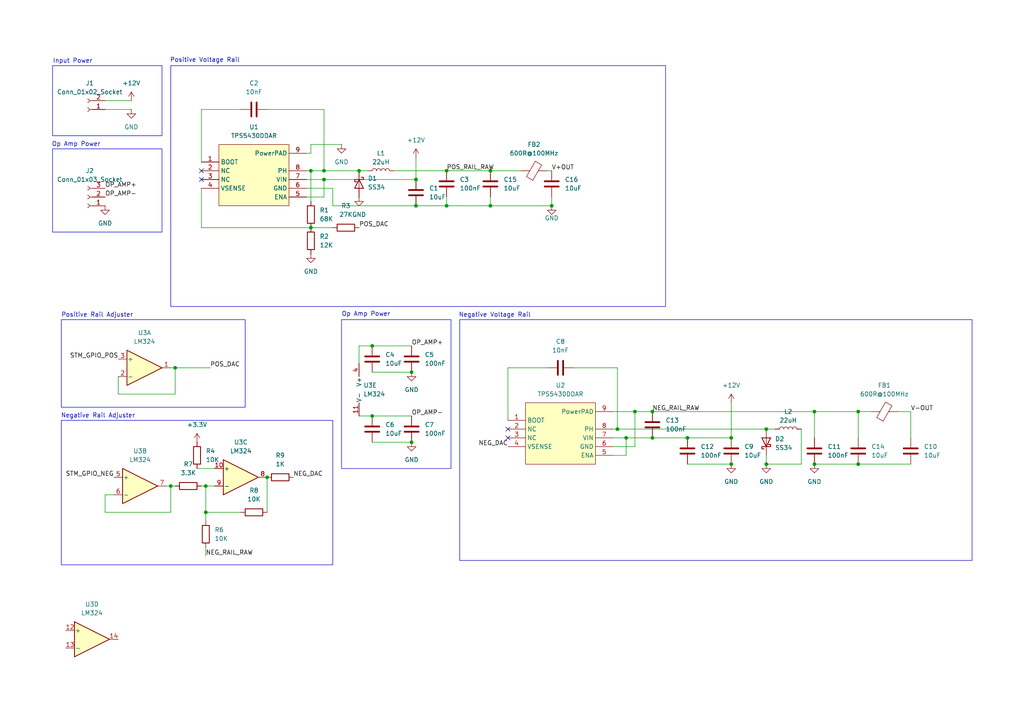
<source format=kicad_sch>
(kicad_sch (version 20250114) (generator "eeschema") (generator_version "9.0")
  (paper "A4")
  (lib_symbols
    (symbol "Amplifier_Operational:LM324" (pin_names (offset 0.127))
      (property "Reference" "U" (at 0 5.08 0))
      (property "Value" "LM324" (at 0 -5.08 0))
      (symbol "LM324_1_1"
        (polyline (pts (xy -5.08 5.08) (xy 5.08 0) (xy -5.08 -5.08) (xy -5.08 5.08)) (stroke (width 0.254)) (fill (type background)))
        (pin input line (at -7.62 2.54 0) (length 2.54) (name "+") (number "3"))
        (pin input line (at -7.62 -2.54 0) (length 2.54) (name "-") (number "2"))
        (pin output line (at 7.62 0 180) (length 2.54) (name "~") (number "1"))
      )
      (symbol "LM324_2_1"
        (polyline (pts (xy -5.08 5.08) (xy 5.08 0) (xy -5.08 -5.08) (xy -5.08 5.08)) (stroke (width 0.254)) (fill (type background)))
        (pin input line (at -7.62 2.54 0) (length 2.54) (name "+") (number "5"))
        (pin input line (at -7.62 -2.54 0) (length 2.54) (name "-") (number "6"))
        (pin output line (at 7.62 0 180) (length 2.54) (name "~") (number "7"))
      )
      (symbol "LM324_3_1"
        (polyline (pts (xy -5.08 5.08) (xy 5.08 0) (xy -5.08 -5.08) (xy -5.08 5.08)) (stroke (width 0.254)) (fill (type background)))
        (pin input line (at -7.62 2.54 0) (length 2.54) (name "+") (number "10"))
        (pin input line (at -7.62 -2.54 0) (length 2.54) (name "-") (number "9"))
        (pin output line (at 7.62 0 180) (length 2.54) (name "~") (number "8"))
      )
      (symbol "LM324_4_1"
        (polyline (pts (xy -5.08 5.08) (xy 5.08 0) (xy -5.08 -5.08) (xy -5.08 5.08)) (stroke (width 0.254)) (fill (type background)))
        (pin input line (at -7.62 2.54 0) (length 2.54) (name "+") (number "12"))
        (pin input line (at -7.62 -2.54 0) (length 2.54) (name "-") (number "13"))
        (pin output line (at 7.62 0 180) (length 2.54) (name "~") (number "14"))
      )
      (symbol "LM324_5_1"
        (pin power_in line (at -2.54 7.62 270) (length 3.81) (name "V+") (number "4"))
        (pin power_in line (at -2.54 -7.62 90) (length 3.81) (name "V-") (number "11"))
      )
    )
    (symbol "Connector:Conn_01x02_Socket" (pin_names (offset 1.016) (hide yes))
      (property "Reference" "J" (at 0 2.54 0))
      (property "Value" "Conn_01x02_Socket" (at 0 -5.08 0))
      (symbol "Conn_01x02_Socket_1_1"
        (polyline (pts (xy -1.27 0) (xy -0.508 0)) (stroke (width 0.1524)))
        (polyline (pts (xy -1.27 -2.54) (xy -0.508 -2.54)) (stroke (width 0.1524)))
        (arc (start 0 -0.508) (mid -0.5058 0) (end 0 0.508) (stroke (width 0.1524)))
        (arc (start 0 -3.048) (mid -0.5058 -2.54) (end 0 -2.032) (stroke (width 0.1524)))
        (pin passive line (at -5.08 0 0) (length 3.81) (name "Pin_1") (number "1"))
        (pin passive line (at -5.08 -2.54 0) (length 3.81) (name "Pin_2") (number "2"))
      )
    )
    (symbol "Connector:Conn_01x03_Socket" (pin_names (offset 1.016) (hide yes))
      (property "Reference" "J" (at 0 5.08 0))
      (property "Value" "Conn_01x03_Socket" (at 0 -5.08 0))
      (symbol "Conn_01x03_Socket_1_1"
        (polyline (pts (xy -1.27 2.54) (xy -0.508 2.54)) (stroke (width 0.1524)))
        (polyline (pts (xy -1.27 0) (xy -0.508 0)) (stroke (width 0.1524)))
        (polyline (pts (xy -1.27 -2.54) (xy -0.508 -2.54)) (stroke (width 0.1524)))
        (arc (start 0 2.032) (mid -0.5058 2.54) (end 0 3.048) (stroke (width 0.1524)))
        (arc (start 0 -0.508) (mid -0.5058 0) (end 0 0.508) (stroke (width 0.1524)))
        (arc (start 0 -3.048) (mid -0.5058 -2.54) (end 0 -2.032) (stroke (width 0.1524)))
        (pin passive line (at -5.08 2.54 0) (length 3.81) (name "Pin_1") (number "1"))
        (pin passive line (at -5.08 0 0) (length 3.81) (name "Pin_2") (number "2"))
        (pin passive line (at -5.08 -2.54 0) (length 3.81) (name "Pin_3") (number "3"))
      )
    )
    (symbol "Device:C" (pin_numbers (hide yes)) (pin_names (offset 0.254))
      (property "Reference" "C" (at 0.635 2.54 0))
      (property "Value" "C" (at 0.635 -2.54 0))
      (symbol "C_0_1"
        (polyline (pts (xy -2.032 0.762) (xy 2.032 0.762)) (stroke (width 0.508)))
        (polyline (pts (xy -2.032 -0.762) (xy 2.032 -0.762)) (stroke (width 0.508)))
      )
      (symbol "C_1_1"
        (pin passive line (at 0 3.81 270) (length 2.794) (name "~") (number "1"))
        (pin passive line (at 0 -3.81 90) (length 2.794) (name "~") (number "2"))
      )
    )
    (symbol "Device:FerriteBead" (pin_numbers (hide yes)) (pin_names (offset 0))
      (property "Reference" "FB" (at -3.81 0.635 90))
      (property "Value" "FerriteBead" (at 3.81 0 90))
      (symbol "FerriteBead_0_1"
        (polyline (pts (xy -2.7686 0.4064) (xy -1.7018 2.2606) (xy 2.7686 -0.3048) (xy 1.6764 -2.159) (xy -2.7686 0.4064)))
        (polyline (pts (xy 0 1.27) (xy 0 1.2954)))
        (polyline (pts (xy 0 -1.27) (xy 0 -1.2192)))
      )
      (symbol "FerriteBead_1_1"
        (pin passive line (at 0 3.81 270) (length 2.54) (name "~") (number "1"))
        (pin passive line (at 0 -3.81 90) (length 2.54) (name "~") (number "2"))
      )
    )
    (symbol "Device:L" (pin_numbers (hide yes)) (pin_names (offset 1.016) (hide yes))
      (property "Reference" "L" (at -1.27 0 90))
      (property "Value" "L" (at 1.905 0 90))
      (symbol "L_0_1"
        (arc (start 0 2.54) (mid 0.6323 1.905) (end 0 1.27))
        (arc (start 0 1.27) (mid 0.6323 0.635) (end 0 0))
        (arc (start 0 0) (mid 0.6323 -0.635) (end 0 -1.27))
        (arc (start 0 -1.27) (mid 0.6323 -1.905) (end 0 -2.54))
      )
      (symbol "L_1_1"
        (pin passive line (at 0 3.81 270) (length 1.27) (name "1") (number "1"))
        (pin passive line (at 0 -3.81 90) (length 1.27) (name "2") (number "2"))
      )
    )
    (symbol "Device:R" (pin_numbers (hide yes)) (pin_names (offset 0))
      (property "Reference" "R" (at 2.032 0 90))
      (property "Value" "R" (at 0 0 90))
      (symbol "R_0_1"
        (rectangle (start -1.016 -2.54) (end 1.016 2.54) (stroke (width 0.254)))
      )
      (symbol "R_1_1"
        (pin passive line (at 0 3.81 270) (length 1.27) (name "~") (number "1"))
        (pin passive line (at 0 -3.81 90) (length 1.27) (name "~") (number "2"))
      )
    )
    (symbol "Diode:SS34" (pin_numbers (hide yes)) (pin_names (offset 1.016) (hide yes))
      (property "Reference" "D" (at 0 2.54 0))
      (property "Value" "SS34" (at 0 -2.54 0))
      (symbol "SS34_0_1"
        (polyline (pts (xy -1.905 0.635) (xy -1.905 1.27) (xy -1.27 1.27) (xy -1.27 -1.27) (xy -0.635 -1.27) (xy -0.635 -0.635)) (stroke (width 0.254)))
        (polyline (pts (xy 1.27 1.27) (xy 1.27 -1.27) (xy -1.27 0) (xy 1.27 1.27)) (stroke (width 0.254)))
        (polyline (pts (xy 1.27 0) (xy -1.27 0)))
      )
      (symbol "SS34_1_1"
        (pin passive line (at -3.81 0 0) (length 2.54) (name "K") (number "1"))
        (pin passive line (at 3.81 0 180) (length 2.54) (name "A") (number "2"))
      )
    )
    (symbol "ROCKETRY_EASYEDA:TPS5430DDAR"
      (property "Reference" "U" (at 0 11.43 0))
      (property "Value" "TPS5430DDAR" (at 0 -11.43 0))
      (symbol "TPS5430DDAR_0_1"
        (rectangle (start -10.16 8.89) (end 10.16 -8.89) (fill (type background)))
        (pin unspecified line (at -15.24 3.81 0) (length 5.08) (name "BOOT") (number "1"))
        (pin unspecified line (at -15.24 1.27 0) (length 5.08) (name "NC") (number "2"))
        (pin unspecified line (at -15.24 -1.27 0) (length 5.08) (name "NC") (number "3"))
        (pin unspecified line (at -15.24 -3.81 0) (length 5.08) (name "VSENSE") (number "4"))
        (pin unspecified line (at 15.24 6.35 180) (length 5.08) (name "PowerPAD") (number "9"))
        (pin unspecified line (at 15.24 1.27 180) (length 5.08) (name "PH") (number "8"))
        (pin unspecified line (at 15.24 -1.27 180) (length 5.08) (name "VIN") (number "7"))
        (pin unspecified line (at 15.24 -3.81 180) (length 5.08) (name "GND") (number "6"))
        (pin unspecified line (at 15.24 -6.35 180) (length 5.08) (name "ENA") (number "5"))
      )
    )
    (symbol "power:+12V" (power) (pin_numbers (hide yes)) (pin_names (offset 0) (hide yes))
      (property "Value" "+12V" (at 0 3.556 0))
      (symbol "+12V_0_1"
        (polyline (pts (xy -0.762 1.27) (xy 0 2.54)))
        (polyline (pts (xy 0 2.54) (xy 0.762 1.27)))
        (polyline (pts (xy 0 0) (xy 0 2.54)))
      )
      (symbol "+12V_1_1"
        (pin power_in line (at 0 0 90) (length 0) (name "~") (number "1"))
      )
    )
    (symbol "power:+3.3V" (power) (pin_numbers (hide yes)) (pin_names (offset 0) (hide yes))
      (property "Value" "+3.3V" (at 0 3.556 0))
      (symbol "+3.3V_0_1"
        (polyline (pts (xy -0.762 1.27) (xy 0 2.54)))
        (polyline (pts (xy 0 2.54) (xy 0.762 1.27)))
        (polyline (pts (xy 0 0) (xy 0 2.54)))
      )
      (symbol "+3.3V_1_1"
        (pin power_in line (at 0 0 90) (length 0) (name "~") (number "1"))
      )
    )
    (symbol "power:GND" (power) (pin_numbers (hide yes)) (pin_names (offset 0) (hide yes))
      (property "Value" "GND" (at 0 -3.81 0))
      (symbol "GND_0_1"
        (polyline (pts (xy 0 0) (xy 0 -1.27) (xy 1.27 -1.27) (xy 0 -2.54) (xy -1.27 -1.27) (xy 0 -1.27)))
      )
      (symbol "GND_1_1"
        (pin power_in line (at 0 0 270) (length 0) (name "~") (number "1"))
      )
    )
  )
  (rectangle (start 17.78 92.71) (end 71.12 118.11))
  (rectangle (start 15.24 19.05) (end 46.99 39.37))
  (rectangle (start 17.78 121.92) (end 96.52 163.83))
  (rectangle (start 133.35 92.71) (end 281.94 162.56))
  (rectangle (start 49.53 19.05) (end 193.04 88.9))
  (rectangle (start 15.24 43.18) (end 46.99 67.31))
  (rectangle (start 99.06 92.71) (end 130.81 135.89))
  (text "Positive Voltage Rail" (at 59.436 17.526 0) (effects (font (size 1.27 1.27))))
  (text "Input Power" (at 21.082 17.78 0) (effects (font (size 1.27 1.27))))
  (text "Op Amp Power" (at 22.098 41.91 0) (effects (font (size 1.27 1.27))))
  (text "Negative Rail Adjuster" (at 28.448 120.65 0) (effects (font (size 1.27 1.27))))
  (text "Op Amp Power" (at 106.172 91.186 0) (effects (font (size 1.27 1.27))))
  (text "Negative Voltage Rail" (at 143.51 91.44 0) (effects (font (size 1.27 1.27))))
  (text "Positive Rail Adjuster" (at 28.194 91.44 0) (effects (font (size 1.27 1.27))))
  (junction (at 93.98 49.53))
  (junction (at 90.17 66.04))
  (junction (at 120.65 59.69))
  (junction (at 181.61 127))
  (junction (at 212.09 134.62))
  (junction (at 142.24 49.53))
  (junction (at 59.69 148.59))
  (junction (at 119.38 107.95))
  (junction (at 90.17 49.53))
  (junction (at 222.25 134.62))
  (junction (at 59.69 140.97))
  (junction (at 248.92 119.38))
  (junction (at 119.38 128.27))
  (junction (at 222.25 124.46))
  (junction (at 179.07 124.46))
  (junction (at 77.47 138.43))
  (junction (at 120.65 52.07))
  (junction (at 129.54 49.53))
  (junction (at 49.53 140.97))
  (junction (at 160.02 59.69))
  (junction (at 248.92 134.62))
  (junction (at 129.54 59.69))
  (junction (at 189.23 127))
  (junction (at 93.98 52.07))
  (junction (at 142.24 59.69))
  (junction (at 184.15 119.38))
  (junction (at 107.95 100.33))
  (junction (at 104.14 49.53))
  (junction (at 236.22 119.38))
  (junction (at 212.09 127))
  (junction (at 236.22 134.62))
  (junction (at 107.95 120.65))
  (junction (at 199.39 127))
  (junction (at 189.23 119.38))
  (junction (at 50.8 106.68))
  (no_connect (at 58.42 49.53))
  (no_connect (at 147.32 124.46))
  (no_connect (at 147.32 127))
  (no_connect (at 58.42 52.07))
  (wire (pts (xy 114.3 49.53) (xy 129.54 49.53)))
  (wire (pts (xy 189.23 127) (xy 199.39 127)))
  (wire (pts (xy 90.17 41.91) (xy 99.06 41.91)))
  (wire (pts (xy 107.95 100.33) (xy 119.38 100.33)))
  (wire (pts (xy 177.8 119.38) (xy 184.15 119.38)))
  (wire (pts (xy 90.17 49.53) (xy 93.98 49.53)))
  (wire (pts (xy 142.24 59.69) (xy 129.54 59.69)))
  (wire (pts (xy 90.17 66.04) (xy 96.52 66.04)))
  (wire (pts (xy 264.16 134.62) (xy 248.92 134.62)))
  (wire (pts (xy 34.29 109.22) (xy 34.29 114.3)))
  (wire (pts (xy 38.1 31.75) (xy 30.48 31.75)))
  (wire (pts (xy 232.41 134.62) (xy 222.25 134.62)))
  (wire (pts (xy 90.17 41.91) (xy 90.17 44.45)))
  (wire (pts (xy 181.61 132.08) (xy 181.61 127)))
  (wire (pts (xy 50.8 114.3) (xy 50.8 106.68)))
  (wire (pts (xy 129.54 49.53) (xy 142.24 49.53)))
  (wire (pts (xy 34.29 114.3) (xy 50.8 114.3)))
  (wire (pts (xy 142.24 57.15) (xy 142.24 59.69)))
  (wire (pts (xy 30.48 143.51) (xy 33.02 143.51)))
  (wire (pts (xy 77.47 31.75) (xy 93.98 31.75)))
  (wire (pts (xy 58.42 140.97) (xy 59.69 140.97)))
  (wire (pts (xy 107.95 107.95) (xy 119.38 107.95)))
  (wire (pts (xy 50.8 106.68) (xy 60.96 106.68)))
  (wire (pts (xy 236.22 119.38) (xy 236.22 127)))
  (wire (pts (xy 222.25 132.08) (xy 222.25 134.62)))
  (wire (pts (xy 88.9 52.07) (xy 93.98 52.07)))
  (wire (pts (xy 189.23 119.38) (xy 236.22 119.38)))
  (wire (pts (xy 93.98 57.15) (xy 93.98 52.07)))
  (wire (pts (xy 179.07 106.68) (xy 179.07 124.46)))
  (wire (pts (xy 90.17 66.04) (xy 58.42 66.04)))
  (wire (pts (xy 104.14 100.33) (xy 104.14 105.41)))
  (wire (pts (xy 158.75 49.53) (xy 160.02 49.53)))
  (wire (pts (xy 184.15 119.38) (xy 184.15 129.54)))
  (wire (pts (xy 49.53 148.59) (xy 49.53 140.97)))
  (wire (pts (xy 96.52 59.69) (xy 120.65 59.69)))
  (wire (pts (xy 88.9 57.15) (xy 93.98 57.15)))
  (wire (pts (xy 120.65 59.69) (xy 129.54 59.69)))
  (wire (pts (xy 177.8 132.08) (xy 181.61 132.08)))
  (wire (pts (xy 147.32 106.68) (xy 158.75 106.68)))
  (wire (pts (xy 142.24 49.53) (xy 151.13 49.53)))
  (wire (pts (xy 59.69 140.97) (xy 62.23 140.97)))
  (wire (pts (xy 181.61 127) (xy 189.23 127)))
  (wire (pts (xy 166.37 106.68) (xy 179.07 106.68)))
  (wire (pts (xy 58.42 46.99) (xy 58.42 31.75)))
  (wire (pts (xy 248.92 119.38) (xy 252.73 119.38)))
  (wire (pts (xy 59.69 148.59) (xy 69.85 148.59)))
  (wire (pts (xy 59.69 161.29) (xy 59.69 158.75)))
  (wire (pts (xy 93.98 49.53) (xy 104.14 49.53)))
  (wire (pts (xy 58.42 31.75) (xy 69.85 31.75)))
  (wire (pts (xy 179.07 124.46) (xy 177.8 124.46)))
  (wire (pts (xy 107.95 128.27) (xy 119.38 128.27)))
  (wire (pts (xy 90.17 44.45) (xy 88.9 44.45)))
  (wire (pts (xy 177.8 127) (xy 181.61 127)))
  (wire (pts (xy 129.54 57.15) (xy 129.54 59.69)))
  (wire (pts (xy 104.14 120.65) (xy 107.95 120.65)))
  (wire (pts (xy 199.39 127) (xy 212.09 127)))
  (wire (pts (xy 184.15 119.38) (xy 189.23 119.38)))
  (wire (pts (xy 90.17 49.53) (xy 90.17 58.42)))
  (wire (pts (xy 30.48 29.21) (xy 38.1 29.21)))
  (wire (pts (xy 236.22 119.38) (xy 248.92 119.38)))
  (wire (pts (xy 49.53 106.68) (xy 50.8 106.68)))
  (wire (pts (xy 57.15 135.89) (xy 62.23 135.89)))
  (wire (pts (xy 49.53 140.97) (xy 50.8 140.97)))
  (wire (pts (xy 179.07 124.46) (xy 222.25 124.46)))
  (wire (pts (xy 58.42 54.61) (xy 58.42 66.04)))
  (wire (pts (xy 160.02 59.69) (xy 142.24 59.69)))
  (wire (pts (xy 232.41 124.46) (xy 232.41 134.62)))
  (wire (pts (xy 93.98 52.07) (xy 120.65 52.07)))
  (wire (pts (xy 177.8 129.54) (xy 184.15 129.54)))
  (wire (pts (xy 222.25 124.46) (xy 224.79 124.46)))
  (wire (pts (xy 77.47 138.43) (xy 77.47 148.59)))
  (wire (pts (xy 147.32 121.92) (xy 147.32 106.68)))
  (wire (pts (xy 248.92 134.62) (xy 236.22 134.62)))
  (wire (pts (xy 90.17 49.53) (xy 88.9 49.53)))
  (wire (pts (xy 30.48 148.59) (xy 30.48 143.51)))
  (wire (pts (xy 59.69 140.97) (xy 59.69 148.59)))
  (wire (pts (xy 104.14 100.33) (xy 107.95 100.33)))
  (wire (pts (xy 260.35 119.38) (xy 264.16 119.38)))
  (wire (pts (xy 199.39 134.62) (xy 212.09 134.62)))
  (wire (pts (xy 49.53 140.97) (xy 48.26 140.97)))
  (wire (pts (xy 120.65 45.72) (xy 120.65 52.07)))
  (wire (pts (xy 30.48 148.59) (xy 49.53 148.59)))
  (wire (pts (xy 160.02 57.15) (xy 160.02 59.69)))
  (wire (pts (xy 59.69 148.59) (xy 59.69 151.13)))
  (wire (pts (xy 93.98 31.75) (xy 93.98 49.53)))
  (wire (pts (xy 107.95 120.65) (xy 119.38 120.65)))
  (wire (pts (xy 212.09 116.84) (xy 212.09 127)))
  (wire (pts (xy 104.14 49.53) (xy 106.68 49.53)))
  (wire (pts (xy 88.9 54.61) (xy 96.52 54.61)))
  (wire (pts (xy 264.16 127) (xy 264.16 119.38)))
  (wire (pts (xy 248.92 119.38) (xy 248.92 127)))
  (wire (pts (xy 96.52 54.61) (xy 96.52 59.69)))
  (label "OP_AMP-" (at 30.48 57.15 0))
  (label "V+OUT" (at 160.02 49.53 0))
  (label "POS_RAIL_RAW" (at 129.54 49.53 0))
  (label "POS_DAC" (at 60.96 106.68 0))
  (label "NEG_DAC" (at 85.09 138.43 0))
  (label "OP_AMP+" (at 30.48 54.61 0))
  (label "NEG_DAC" (at 147.32 129.54 180))
  (label "STM_GPIO_POS" (at 34.29 104.14 180))
  (label "OP_AMP-" (at 119.38 120.65 0))
  (label "STM_GPIO_NEG" (at 33.02 138.43 180))
  (label "POS_DAC" (at 104.14 66.04 0))
  (label "V-OUT" (at 264.16 119.38 0))
  (label "OP_AMP+" (at 119.38 100.33 0))
  (label "NEG_RAIL_RAW" (at 189.23 119.38 0))
  (label "NEG_RAIL_RAW" (at 59.69 161.29 0))
  (symbol (lib_id "Connector:Conn_01x02_Socket") (at 25.4 31.75 180) (unit 1)
    (property "Reference" "J1" (at 26.035 24.13 0))
    (property "Value" "Conn_01x02_Socket" (at 26.035 26.67 0))
    (property "Description" "Generic connector, single row, 01x02, script generated" (effects (hide yes)))
  )
  (symbol (lib_id "Device:C") (at 212.09 130.81 180) (unit 1)
    (property "Reference" "C9" (at 215.9 129.5399 0) (effects (justify right)))
    (property "Value" "10uF" (at 215.9 132.0799 0) (effects (justify right)))
    (property "Description" "Unpolarized capacitor" (effects (hide yes)))
  )
  (symbol (lib_id "Device:C") (at 264.16 130.81 180) (unit 1)
    (property "Reference" "C10" (at 267.97 129.5399 0) (effects (justify right)))
    (property "Value" "10uF" (at 267.97 132.0799 0) (effects (justify right)))
    (property "Description" "Unpolarized capacitor" (effects (hide yes)))
  )
  (symbol (lib_id "power:+12V") (at 212.09 116.84 0) (unit 1)
    (property "Reference" "#PWR08" (effects (hide yes)))
    (property "Value" "+12V" (at 212.09 111.76 0))
    (property "Description" "Power symbol creates a global label with name \"+12V\"" (effects (hide yes)))
  )
  (symbol (lib_id "power:GND") (at 236.22 134.62 0) (unit 1)
    (property "Reference" "#PWR014" (effects (hide yes)))
    (property "Value" "GND" (at 236.22 139.7 0))
    (property "Description" "Power symbol creates a global label with name \"GND\" , ground" (effects (hide yes)))
  )
  (symbol (lib_id "power:GND") (at 160.02 59.69 0) (unit 1)
    (property "Reference" "#PWR03" (effects (hide yes)))
    (property "Value" "GND" (at 160.02 63.246 0))
    (property "Description" "Power symbol creates a global label with name \"GND\" , ground" (effects (hide yes)))
  )
  (symbol (lib_id "Connector:Conn_01x03_Socket") (at 25.4 57.15 180) (unit 1)
    (property "Reference" "J2" (at 26.035 49.53 0))
    (property "Value" "Conn_01x03_Socket" (at 26.035 52.07 0))
    (property "Description" "Generic connector, single row, 01x03, script generated" (effects (hide yes)))
  )
  (symbol (lib_id "Amplifier_Operational:LM324") (at 69.85 138.43 0) (unit 3)
    (property "Reference" "U3" (at 69.85 128.27 0))
    (property "Value" "LM324" (at 69.85 130.81 0))
    (property "Datasheet" "http://www.ti.com/lit/ds/symlink/lm2902-n.pdf" (effects (hide yes)))
    (property "Description" "Low-Power, Quad-Operational Amplifiers, DIP-14/SOIC-14/SSOP-14" (effects (hide yes)))
  )
  (symbol (lib_id "Diode:SS34") (at 104.14 53.34 270) (unit 1)
    (property "Reference" "D1" (at 106.68 51.7524 90) (effects (justify left)))
    (property "Value" "SS34" (at 106.68 54.2924 90) (effects (justify left)))
    (property "Footprint" "Diode_SMD:D_SMA" (effects (hide yes)))
    (property "Datasheet" "https://www.vishay.com/docs/88751/ss32.pdf" (effects (hide yes)))
    (property "Description" "40V 3A Schottky Diode, SMA" (effects (hide yes)))
  )
  (symbol (lib_id "ROCKETRY_EASYEDA:TPS5430DDAR") (at 162.56 125.73 0) (unit 1)
    (property "Reference" "U2" (at 162.56 111.76 0))
    (property "Value" "TPS5430DDAR" (at 162.56 114.3 0))
    (property "Footprint" "Rocketry_Easyeda:ESOP-8_L4.9-W3.9-P1.27-LS6.0-TL-EP" (effects (hide yes)))
    (property "Datasheet" "https://lcsc.com/product-detail/DC-DC-Converters_TI_TPS5430DDAR_TPS5430DDAR_C9864.html" (effects (hide yes)))
    (property "LCSC Part" "C9864" (effects (hide yes)))
  )
  (symbol (lib_id "power:GND") (at 38.1 31.75 0) (unit 1)
    (property "Reference" "#PWR01" (effects (hide yes)))
    (property "Value" "GND" (at 38.1 36.83 0))
    (property "Description" "Power symbol creates a global label with name \"GND\" , ground" (effects (hide yes)))
  )
  (symbol (lib_id "Device:C") (at 73.66 31.75 90) (unit 1)
    (property "Reference" "C2" (at 73.66 24.13 90))
    (property "Value" "10nF" (at 73.66 26.67 90))
    (property "Description" "Unpolarized capacitor" (effects (hide yes)))
  )
  (symbol (lib_id "Device:C") (at 119.38 104.14 0) (unit 1)
    (property "Reference" "C5" (at 123.19 102.8699 0) (effects (justify left)))
    (property "Value" "100nF" (at 123.19 105.4099 0) (effects (justify left)))
    (property "Description" "Unpolarized capacitor" (effects (hide yes)))
  )
  (symbol (lib_id "Device:R") (at 90.17 62.23 0) (unit 1)
    (property "Reference" "R1" (at 92.71 60.9599 0) (effects (justify left)))
    (property "Value" "68K" (at 92.71 63.4999 0) (effects (justify left)))
    (property "Description" "Resistor" (effects (hide yes)))
  )
  (symbol (lib_id "Device:C") (at 120.65 55.88 0) (unit 1)
    (property "Reference" "C1" (at 124.46 54.6099 0) (effects (justify left)))
    (property "Value" "10uF" (at 124.46 57.1499 0) (effects (justify left)))
    (property "Description" "Unpolarized capacitor" (effects (hide yes)))
  )
  (symbol (lib_id "power:GND") (at 30.48 59.69 0) (unit 1)
    (property "Reference" "#PWR07" (effects (hide yes)))
    (property "Value" "GND" (at 30.48 64.77 0))
    (property "Description" "Power symbol creates a global label with name \"GND\" , ground" (effects (hide yes)))
  )
  (symbol (lib_id "Device:R") (at 54.61 140.97 270) (unit 1)
    (property "Reference" "R7" (at 54.61 134.62 90))
    (property "Value" "3.3K" (at 54.61 137.16 90))
    (property "Description" "Resistor" (effects (hide yes)))
  )
  (symbol (lib_id "Amplifier_Operational:LM324") (at 40.64 140.97 0) (unit 2)
    (property "Reference" "U3" (at 40.64 130.81 0))
    (property "Value" "LM324" (at 40.64 133.35 0))
    (property "Datasheet" "http://www.ti.com/lit/ds/symlink/lm2902-n.pdf" (effects (hide yes)))
    (property "Description" "Low-Power, Quad-Operational Amplifiers, DIP-14/SOIC-14/SSOP-14" (effects (hide yes)))
  )
  (symbol (lib_id "Device:C") (at 107.95 124.46 0) (unit 1)
    (property "Reference" "C6" (at 111.76 123.1899 0) (effects (justify left)))
    (property "Value" "10uF" (at 111.76 125.7299 0) (effects (justify left)))
    (property "Description" "Unpolarized capacitor" (effects (hide yes)))
  )
  (symbol (lib_id "power:GND") (at 90.17 73.66 0) (unit 1)
    (property "Reference" "#PWR04" (effects (hide yes)))
    (property "Value" "GND" (at 90.17 78.74 0))
    (property "Description" "Power symbol creates a global label with name \"GND\" , ground" (effects (hide yes)))
  )
  (symbol (lib_id "Device:FerriteBead") (at 154.94 49.53 90) (unit 1)
    (property "Reference" "FB2" (at 154.8892 41.91 90))
    (property "Value" "600R@100MHz" (at 154.8892 44.45 90))
    (property "Description" "Ferrite bead" (effects (hide yes)))
  )
  (symbol (lib_id "power:+12V") (at 38.1 29.21 0) (unit 1)
    (property "Reference" "#PWR02" (effects (hide yes)))
    (property "Value" "+12V" (at 38.1 24.13 0))
    (property "Description" "Power symbol creates a global label with name \"+12V\"" (effects (hide yes)))
  )
  (symbol (lib_id "Device:C") (at 119.38 124.46 0) (unit 1)
    (property "Reference" "C7" (at 123.19 123.1899 0) (effects (justify left)))
    (property "Value" "100nF" (at 123.19 125.7299 0) (effects (justify left)))
    (property "Description" "Unpolarized capacitor" (effects (hide yes)))
  )
  (symbol (lib_id "Device:R") (at 100.33 66.04 90) (unit 1)
    (property "Reference" "R3" (at 100.33 59.69 90))
    (property "Value" "27K" (at 100.33 62.23 90))
    (property "Description" "Resistor" (effects (hide yes)))
  )
  (symbol (lib_id "ROCKETRY_EASYEDA:TPS5430DDAR") (at 73.66 50.8 0) (unit 1)
    (property "Reference" "U1" (at 73.66 36.83 0))
    (property "Value" "TPS5430DDAR" (at 73.66 39.37 0))
    (property "Footprint" "Rocketry_Easyeda:ESOP-8_L4.9-W3.9-P1.27-LS6.0-TL-EP" (effects (hide yes)))
    (property "Datasheet" "https://lcsc.com/product-detail/DC-DC-Converters_TI_TPS5430DDAR_TPS5430DDAR_C9864.html" (effects (hide yes)))
    (property "LCSC Part" "C9864" (effects (hide yes)))
  )
  (symbol (lib_id "power:GND") (at 222.25 134.62 0) (unit 1)
    (property "Reference" "#PWR010" (effects (hide yes)))
    (property "Value" "GND" (at 222.25 139.7 0))
    (property "Description" "Power symbol creates a global label with name \"GND\" , ground" (effects (hide yes)))
  )
  (symbol (lib_id "Device:R") (at 81.28 138.43 270) (unit 1)
    (property "Reference" "R9" (at 81.28 132.08 90))
    (property "Value" "1K" (at 81.28 134.62 90))
    (property "Description" "Resistor" (effects (hide yes)))
  )
  (symbol (lib_id "Device:C") (at 199.39 130.81 180) (unit 1)
    (property "Reference" "C12" (at 203.2 129.5399 0) (effects (justify right)))
    (property "Value" "100nF" (at 203.2 132.0799 0) (effects (justify right)))
    (property "Description" "Unpolarized capacitor" (effects (hide yes)))
  )
  (symbol (lib_id "Device:C") (at 189.23 123.19 0) (unit 1)
    (property "Reference" "C13" (at 193.04 121.9199 0) (effects (justify left)))
    (property "Value" "100nF" (at 193.04 124.4599 0) (effects (justify left)))
    (property "Description" "Unpolarized capacitor" (effects (hide yes)))
  )
  (symbol (lib_id "Device:C") (at 248.92 130.81 180) (unit 1)
    (property "Reference" "C14" (at 252.73 129.5399 0) (effects (justify right)))
    (property "Value" "10uF" (at 252.73 132.0799 0) (effects (justify right)))
    (property "Description" "Unpolarized capacitor" (effects (hide yes)))
  )
  (symbol (lib_id "Device:C") (at 129.54 53.34 0) (unit 1)
    (property "Reference" "C3" (at 133.35 52.0699 0) (effects (justify left)))
    (property "Value" "100nF" (at 133.35 54.6099 0) (effects (justify left)))
    (property "Description" "Unpolarized capacitor" (effects (hide yes)))
  )
  (symbol (lib_id "Device:C") (at 142.24 53.34 0) (unit 1)
    (property "Reference" "C15" (at 146.05 52.0699 0) (effects (justify left)))
    (property "Value" "10uF" (at 146.05 54.6099 0) (effects (justify left)))
    (property "Description" "Unpolarized capacitor" (effects (hide yes)))
  )
  (symbol (lib_id "Diode:SS34") (at 222.25 128.27 90) (unit 1)
    (property "Reference" "D2" (at 224.79 127.3174 90) (effects (justify right)))
    (property "Value" "SS34" (at 224.79 129.8574 90) (effects (justify right)))
    (property "Footprint" "Diode_SMD:D_SMA" (effects (hide yes)))
    (property "Datasheet" "https://www.vishay.com/docs/88751/ss32.pdf" (effects (hide yes)))
    (property "Description" "40V 3A Schottky Diode, SMA" (effects (hide yes)))
  )
  (symbol (lib_id "Amplifier_Operational:LM324") (at 26.67 185.42 0) (unit 4)
    (property "Reference" "U3" (at 26.67 175.26 0))
    (property "Value" "LM324" (at 26.67 177.8 0))
    (property "Datasheet" "http://www.ti.com/lit/ds/symlink/lm2902-n.pdf" (effects (hide yes)))
    (property "Description" "Low-Power, Quad-Operational Amplifiers, DIP-14/SOIC-14/SSOP-14" (effects (hide yes)))
  )
  (symbol (lib_id "power:GND") (at 104.14 57.15 0) (unit 1)
    (property "Reference" "#PWR09" (effects (hide yes)))
    (property "Value" "GND" (at 104.14 62.23 0))
    (property "Description" "Power symbol creates a global label with name \"GND\" , ground" (effects (hide yes)))
  )
  (symbol (lib_id "Device:R") (at 59.69 154.94 180) (unit 1)
    (property "Reference" "R6" (at 62.23 153.6699 0) (effects (justify right)))
    (property "Value" "10K" (at 62.23 156.2099 0) (effects (justify right)))
    (property "Description" "Resistor" (effects (hide yes)))
  )
  (symbol (lib_id "Device:C") (at 162.56 106.68 90) (unit 1)
    (property "Reference" "C8" (at 162.56 99.06 90))
    (property "Value" "10nF" (at 162.56 101.6 90))
    (property "Description" "Unpolarized capacitor" (effects (hide yes)))
  )
  (symbol (lib_id "power:GND") (at 212.09 134.62 0) (unit 1)
    (property "Reference" "#PWR011" (effects (hide yes)))
    (property "Value" "GND" (at 212.09 139.7 0))
    (property "Description" "Power symbol creates a global label with name \"GND\" , ground" (effects (hide yes)))
  )
  (symbol (lib_id "Amplifier_Operational:LM324") (at 41.91 106.68 0) (unit 1)
    (property "Reference" "U3" (at 41.91 96.52 0))
    (property "Value" "LM324" (at 41.91 99.06 0))
    (property "Datasheet" "http://www.ti.com/lit/ds/symlink/lm2902-n.pdf" (effects (hide yes)))
    (property "Description" "Low-Power, Quad-Operational Amplifiers, DIP-14/SOIC-14/SSOP-14" (effects (hide yes)))
  )
  (symbol (lib_id "power:GND") (at 119.38 107.95 0) (unit 1)
    (property "Reference" "#PWR012" (effects (hide yes)))
    (property "Value" "GND" (at 119.38 113.03 0))
    (property "Description" "Power symbol creates a global label with name \"GND\" , ground" (effects (hide yes)))
  )
  (symbol (lib_id "Amplifier_Operational:LM324") (at 106.68 113.03 0) (unit 5)
    (property "Reference" "U3" (at 105.41 111.7599 0) (effects (justify left)))
    (property "Value" "LM324" (at 105.41 114.2999 0) (effects (justify left)))
    (property "Datasheet" "http://www.ti.com/lit/ds/symlink/lm2902-n.pdf" (effects (hide yes)))
    (property "Description" "Low-Power, Quad-Operational Amplifiers, DIP-14/SOIC-14/SSOP-14" (effects (hide yes)))
  )
  (symbol (lib_id "power:+3.3V") (at 57.15 128.27 0) (unit 1)
    (property "Reference" "#PWR015" (effects (hide yes)))
    (property "Value" "+3.3V" (at 57.15 123.19 0))
    (property "Description" "Power symbol creates a global label with name \"+3.3V\"" (effects (hide yes)))
  )
  (symbol (lib_id "power:+12V") (at 120.65 45.72 0) (unit 1)
    (property "Reference" "#PWR06" (effects (hide yes)))
    (property "Value" "+12V" (at 120.65 40.64 0))
    (property "Description" "Power symbol creates a global label with name \"+12V\"" (effects (hide yes)))
  )
  (symbol (lib_id "Device:C") (at 236.22 130.81 180) (unit 1)
    (property "Reference" "C11" (at 240.03 129.5399 0) (effects (justify right)))
    (property "Value" "100nF" (at 240.03 132.0799 0) (effects (justify right)))
    (property "Description" "Unpolarized capacitor" (effects (hide yes)))
  )
  (symbol (lib_id "power:GND") (at 119.38 128.27 0) (unit 1)
    (property "Reference" "#PWR013" (effects (hide yes)))
    (property "Value" "GND" (at 119.38 133.35 0))
    (property "Description" "Power symbol creates a global label with name \"GND\" , ground" (effects (hide yes)))
  )
  (symbol (lib_id "Device:R") (at 57.15 132.08 0) (unit 1)
    (property "Reference" "R4" (at 59.69 130.8099 0) (effects (justify left)))
    (property "Value" "10K" (at 59.69 133.3499 0) (effects (justify left)))
    (property "Description" "Resistor" (effects (hide yes)))
  )
  (symbol (lib_id "power:GND") (at 99.06 41.91 0) (unit 1)
    (property "Reference" "#PWR05" (effects (hide yes)))
    (property "Value" "GND" (at 99.06 46.99 0))
    (property "Description" "Power symbol creates a global label with name \"GND\" , ground" (effects (hide yes)))
  )
  (symbol (lib_id "Device:R") (at 73.66 148.59 270) (unit 1)
    (property "Reference" "R8" (at 73.66 142.24 90))
    (property "Value" "10K" (at 73.66 144.78 90))
    (property "Description" "Resistor" (effects (hide yes)))
  )
  (symbol (lib_id "Device:L") (at 228.6 124.46 90) (unit 1)
    (property "Reference" "L2" (at 228.6 119.38 90))
    (property "Value" "22uH" (at 228.6 121.92 90))
    (property "Description" "C168163" (effects (hide yes)))
  )
  (symbol (lib_id "Device:L") (at 110.49 49.53 90) (unit 1)
    (property "Reference" "L1" (at 110.49 44.45 90))
    (property "Value" "22uH" (at 110.49 46.99 90))
    (property "Description" "C168163" (effects (hide yes)))
  )
  (symbol (lib_id "Device:R") (at 90.17 69.85 0) (unit 1)
    (property "Reference" "R2" (at 92.71 68.5799 0) (effects (justify left)))
    (property "Value" "12K" (at 92.71 71.1199 0) (effects (justify left)))
    (property "Description" "Resistor" (effects (hide yes)))
  )
  (symbol (lib_id "Device:C") (at 160.02 53.34 0) (unit 1)
    (property "Reference" "C16" (at 163.83 52.0699 0) (effects (justify left)))
    (property "Value" "10uF" (at 163.83 54.6099 0) (effects (justify left)))
    (property "Description" "Unpolarized capacitor" (effects (hide yes)))
  )
  (symbol (lib_id "Device:C") (at 107.95 104.14 0) (unit 1)
    (property "Reference" "C4" (at 111.76 102.8699 0) (effects (justify left)))
    (property "Value" "10uF" (at 111.76 105.4099 0) (effects (justify left)))
    (property "Description" "Unpolarized capacitor" (effects (hide yes)))
  )
  (symbol (lib_id "Device:FerriteBead") (at 256.54 119.38 90) (unit 1)
    (property "Reference" "FB1" (at 256.4892 111.76 90))
    (property "Value" "600R@100MHz" (at 256.4892 114.3 90))
    (property "Description" "Ferrite bead" (effects (hide yes)))
  )
)
</source>
